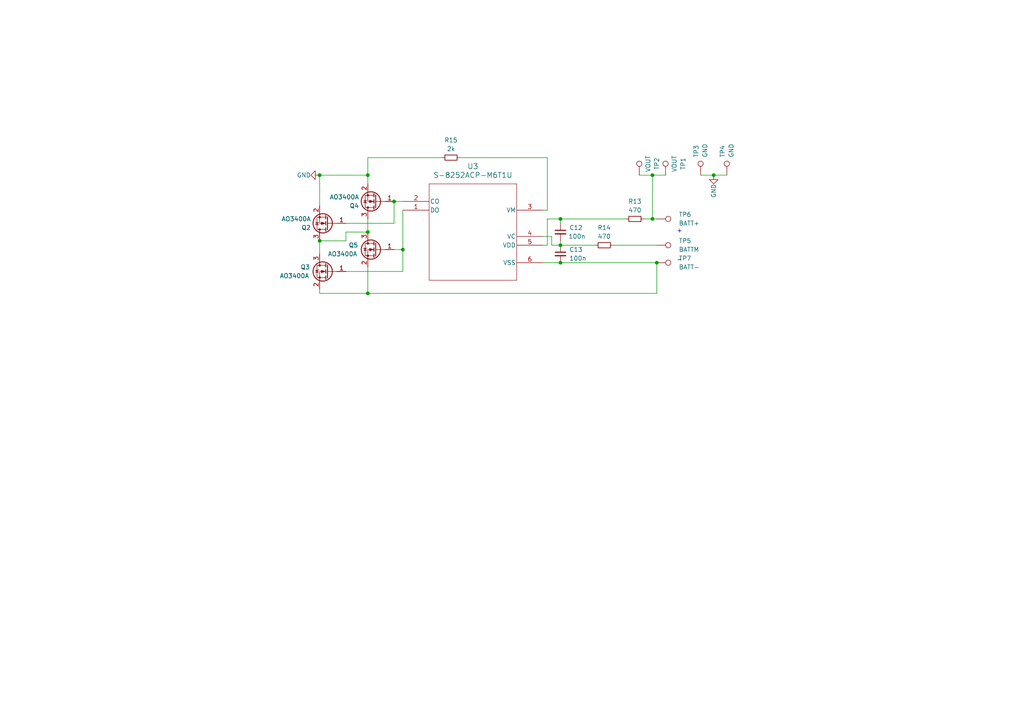
<source format=kicad_sch>
(kicad_sch (version 20250114) (generator "eeschema") (generator_version "9.0")
  (paper "A4")
  (lib_symbols
    (symbol "2025-04-02_22-14-21:S-8252AAZ-M6T1U" (pin_names (offset 0.254))
      (property "Reference" "U" (at 20.32 12.7 0))
      (property "Value" "S-8252AAZ-M6T1U" (at 20.32 10.16 0))
      (symbol "S-8252AAZ-M6T1U_0_1"
        (polyline (pts (xy 7.62 7.62) (xy 7.62 -20.32)) (stroke (width 0.127)))
        (polyline (pts (xy 7.62 -20.32) (xy 33.02 -20.32)) (stroke (width 0.127)))
        (polyline (pts (xy 33.02 7.62) (xy 7.62 7.62)) (stroke (width 0.127)))
        (polyline (pts (xy 33.02 -20.32) (xy 33.02 7.62)) (stroke (width 0.127)))
        (pin unspecified line (at 0 0 0) (length 7.62) (name "VM") (number "3"))
        (pin power_in line (at 0 -7.62 0) (length 7.62) (name "VC") (number "4"))
        (pin power_in line (at 0 -10.16 0) (length 7.62) (name "VDD") (number "5"))
        (pin power_out line (at 0 -15.24 0) (length 7.62) (name "VSS") (number "6"))
        (pin output line (at 40.64 2.54 180) (length 7.62) (name "CO") (number "2"))
        (pin output line (at 40.64 0 180) (length 7.62) (name "DO") (number "1"))
      )
    )
    (symbol "Connector:TestPoint" (pin_numbers (hide yes)) (pin_names (offset 0.762) (hide yes))
      (property "Reference" "TP" (at 0 6.858 0))
      (property "Value" "TestPoint" (at 0 5.08 0))
      (symbol "TestPoint_0_1"
        (circle (center 0 3.302) (radius 0.762))
      )
      (symbol "TestPoint_1_1"
        (pin passive line (at 0 0 90) (length 2.54) (name "1") (number "1"))
      )
    )
    (symbol "Device:C_Small" (pin_numbers (hide yes)) (pin_names (offset 0.254) (hide yes))
      (property "Reference" "C" (at 0.254 1.778 0))
      (property "Value" "C_Small" (at 0.254 -2.032 0))
      (symbol "C_Small_0_1"
        (polyline (pts (xy -1.524 0.508) (xy 1.524 0.508)) (stroke (width 0.3048)))
        (polyline (pts (xy -1.524 -0.508) (xy 1.524 -0.508)) (stroke (width 0.3302)))
      )
      (symbol "C_Small_1_1"
        (pin passive line (at 0 2.54 270) (length 2.032) (name "~") (number "1"))
        (pin passive line (at 0 -2.54 90) (length 2.032) (name "~") (number "2"))
      )
    )
    (symbol "Device:R_Small" (pin_numbers (hide yes)) (pin_names (offset 0.254) (hide yes))
      (property "Reference" "R" (at 0.762 0.508 0))
      (property "Value" "R_Small" (at 0.762 -1.016 0))
      (symbol "R_Small_0_1"
        (rectangle (start -0.762 1.778) (end 0.762 -1.778) (stroke (width 0.2032)))
      )
      (symbol "R_Small_1_1"
        (pin passive line (at 0 2.54 270) (length 0.762) (name "~") (number "1"))
        (pin passive line (at 0 -2.54 90) (length 0.762) (name "~") (number "2"))
      )
    )
    (symbol "Transistor_FET:AO3400A" (pin_names (hide yes))
      (property "Reference" "Q" (at 5.08 1.905 0))
      (property "Value" "AO3400A" (at 5.08 0 0))
      (symbol "AO3400A_0_1"
        (polyline (pts (xy 0.254 1.905) (xy 0.254 -1.905)) (stroke (width 0.254)))
        (polyline (pts (xy 0.254 0) (xy -2.54 0)))
        (polyline (pts (xy 0.762 2.286) (xy 0.762 1.27)) (stroke (width 0.254)))
        (polyline (pts (xy 0.762 0.508) (xy 0.762 -0.508)) (stroke (width 0.254)))
        (polyline (pts (xy 0.762 -1.27) (xy 0.762 -2.286)) (stroke (width 0.254)))
        (polyline (pts (xy 0.762 -1.778) (xy 3.302 -1.778) (xy 3.302 1.778) (xy 0.762 1.778)))
        (polyline (pts (xy 1.016 0) (xy 2.032 0.381) (xy 2.032 -0.381) (xy 1.016 0)) (fill (type outline)))
        (circle (center 1.651 0) (radius 2.794) (stroke (width 0.254)))
        (polyline (pts (xy 2.54 2.54) (xy 2.54 1.778)))
        (circle (center 2.54 1.778) (radius 0.254) (fill (type outline)))
        (circle (center 2.54 -1.778) (radius 0.254) (fill (type outline)))
        (polyline (pts (xy 2.54 -2.54) (xy 2.54 0) (xy 0.762 0)))
        (polyline (pts (xy 2.794 0.508) (xy 2.921 0.381) (xy 3.683 0.381) (xy 3.81 0.254)))
        (polyline (pts (xy 3.302 0.381) (xy 2.921 -0.254) (xy 3.683 -0.254) (xy 3.302 0.381)))
      )
      (symbol "AO3400A_1_1"
        (pin input line (at -5.08 0 0) (length 2.54) (name "G") (number "1"))
        (pin passive line (at 2.54 5.08 270) (length 2.54) (name "D") (number "3"))
        (pin passive line (at 2.54 -5.08 90) (length 2.54) (name "S") (number "2"))
      )
    )
    (symbol "power:GND" (power) (pin_numbers (hide yes)) (pin_names (offset 0) (hide yes))
      (property "Value" "GND" (at 0 -3.81 0))
      (symbol "GND_0_1"
        (polyline (pts (xy 0 0) (xy 0 -1.27) (xy 1.27 -1.27) (xy 0 -2.54) (xy -1.27 -1.27) (xy 0 -1.27)))
      )
      (symbol "GND_1_1"
        (pin power_in line (at 0 0 270) (length 0) (name "~") (number "1"))
      )
    )
  )
  (text "+\n" (at 197.104 67.056 0) (effects (font (size 1.27 1.27))))
  (text "-\n" (at 197.104 75.438 0) (effects (font (size 1.27 1.27))))
  (junction (at 189.23 50.8))
  (junction (at 189.23 63.5))
  (junction (at 106.68 50.8))
  (junction (at 162.56 76.2))
  (junction (at 116.84 72.39))
  (junction (at 92.71 69.85))
  (junction (at 190.5 76.2))
  (junction (at 106.68 85.09))
  (junction (at 114.3 58.42))
  (junction (at 207.01 50.8))
  (junction (at 162.56 63.5))
  (junction (at 162.56 71.12))
  (junction (at 92.71 50.8))
  (junction (at 106.68 67.31))
  (wire (pts (xy 157.48 68.58) (xy 160.02 68.58)))
  (wire (pts (xy 186.69 63.5) (xy 189.23 63.5)))
  (wire (pts (xy 160.02 68.58) (xy 160.02 71.12)))
  (wire (pts (xy 106.68 63.5) (xy 106.68 67.31)))
  (wire (pts (xy 100.33 64.77) (xy 114.3 64.77)))
  (wire (pts (xy 190.5 76.2) (xy 190.5 85.09)))
  (wire (pts (xy 106.68 77.47) (xy 106.68 85.09)))
  (wire (pts (xy 106.68 53.34) (xy 106.68 50.8)))
  (wire (pts (xy 189.23 63.5) (xy 190.5 63.5)))
  (wire (pts (xy 189.23 50.8) (xy 185.42 50.8)))
  (wire (pts (xy 92.71 85.09) (xy 106.68 85.09)))
  (wire (pts (xy 158.75 60.96) (xy 157.48 60.96)))
  (wire (pts (xy 158.75 63.5) (xy 158.75 71.12)))
  (wire (pts (xy 162.56 71.12) (xy 172.72 71.12)))
  (wire (pts (xy 114.3 58.42) (xy 116.84 58.42)))
  (wire (pts (xy 92.71 50.8) (xy 106.68 50.8)))
  (wire (pts (xy 114.3 72.39) (xy 116.84 72.39)))
  (wire (pts (xy 162.56 63.5) (xy 162.56 64.77)))
  (wire (pts (xy 162.56 69.85) (xy 162.56 71.12)))
  (wire (pts (xy 162.56 63.5) (xy 181.61 63.5)))
  (wire (pts (xy 193.04 50.8) (xy 189.23 50.8)))
  (wire (pts (xy 157.48 76.2) (xy 162.56 76.2)))
  (wire (pts (xy 116.84 60.96) (xy 116.84 72.39)))
  (wire (pts (xy 100.33 67.31) (xy 106.68 67.31)))
  (wire (pts (xy 100.33 69.85) (xy 100.33 67.31)))
  (wire (pts (xy 92.71 83.82) (xy 92.71 85.09)))
  (wire (pts (xy 114.3 64.77) (xy 114.3 58.42)))
  (wire (pts (xy 203.2 50.8) (xy 207.01 50.8)))
  (wire (pts (xy 92.71 69.85) (xy 100.33 69.85)))
  (wire (pts (xy 158.75 45.72) (xy 158.75 60.96)))
  (wire (pts (xy 106.68 50.8) (xy 106.68 45.72)))
  (wire (pts (xy 106.68 85.09) (xy 190.5 85.09)))
  (wire (pts (xy 160.02 71.12) (xy 162.56 71.12)))
  (wire (pts (xy 162.56 76.2) (xy 190.5 76.2)))
  (wire (pts (xy 92.71 73.66) (xy 92.71 69.85)))
  (wire (pts (xy 158.75 63.5) (xy 162.56 63.5)))
  (wire (pts (xy 133.35 45.72) (xy 158.75 45.72)))
  (wire (pts (xy 92.71 50.8) (xy 92.71 59.69)))
  (wire (pts (xy 157.48 71.12) (xy 158.75 71.12)))
  (wire (pts (xy 106.68 45.72) (xy 128.27 45.72)))
  (wire (pts (xy 116.84 72.39) (xy 116.84 78.74)))
  (wire (pts (xy 189.23 50.8) (xy 189.23 63.5)))
  (wire (pts (xy 100.33 78.74) (xy 116.84 78.74)))
  (wire (pts (xy 207.01 50.8) (xy 210.82 50.8)))
  (wire (pts (xy 177.8 71.12) (xy 190.5 71.12)))
  (symbol (lib_id "Device:R_Small") (at 130.81 45.72 90) (mirror x) (unit 1)
    (property "Reference" "R15" (at 130.81 40.64 90))
    (property "Value" "2k" (at 130.81 43.18 90))
    (property "Footprint" "Resistor_SMD:R_0603_1608Metric_Pad0.98x0.95mm_HandSolder" (effects (hide yes)))
    (property "Description" "Resistor, small symbol" (effects (hide yes)))
  )
  (symbol (lib_id "Connector:TestPoint") (at 185.42 50.8 0) (unit 1)
    (property "Reference" "TP2" (at 190.5 47.498 90))
    (property "Value" "VOUT" (at 187.96 47.498 90))
    (property "Footprint" "TestPoint:TestPoint_Pad_D4.0mm" (effects (hide yes)))
    (property "Description" "test point" (effects (hide yes)))
  )
  (symbol (lib_id "Connector:TestPoint") (at 190.5 71.12 270) (unit 1)
    (property "Reference" "TP5" (at 196.85 69.8499 90) (effects (justify left)))
    (property "Value" "BATTM" (at 196.85 72.3899 90) (effects (justify left)))
    (property "Footprint" "TestPoint:TestPoint_Pad_2.0x2.0mm" (effects (hide yes)))
    (property "Description" "test point" (effects (hide yes)))
  )
  (symbol (lib_id "Device:R_Small") (at 184.15 63.5 90) (mirror x) (unit 1)
    (property "Reference" "R13" (at 184.15 58.42 90))
    (property "Value" "470" (at 184.15 60.96 90))
    (property "Footprint" "Resistor_SMD:R_0603_1608Metric_Pad0.98x0.95mm_HandSolder" (effects (hide yes)))
    (property "Description" "Resistor, small symbol" (effects (hide yes)))
  )
  (symbol (lib_id "Transistor_FET:AO3400A") (at 95.25 78.74 0) (mirror y) (unit 1)
    (property "Reference" "Q3" (at 89.916 77.47 0) (effects (justify left)))
    (property "Value" "AO3400A" (at 89.662 80.01 0) (effects (justify left)))
    (property "Footprint" "Package_TO_SOT_SMD:SOT-23" (effects (hide yes)))
    (property "Datasheet" "http://www.aosmd.com/pdfs/datasheet/AO3400A.pdf" (effects (hide yes)))
    (property "Description" "30V Vds, 5.7A Id, N-Channel MOSFET, SOT-23" (effects (hide yes)))
  )
  (symbol (lib_id "Device:C_Small") (at 162.56 73.66 0) (unit 1)
    (property "Reference" "C13" (at 165.1 72.3962 0) (effects (justify left)))
    (property "Value" "100n" (at 165.1 74.9362 0) (effects (justify left)))
    (property "Footprint" "Capacitor_SMD:C_0402_1005Metric_Pad0.74x0.62mm_HandSolder" (effects (hide yes)))
    (property "Description" "Unpolarized capacitor, small symbol" (effects (hide yes)))
  )
  (symbol (lib_id "Connector:TestPoint") (at 203.2 50.8 0) (unit 1)
    (property "Reference" "TP3" (at 201.9299 45.72 90) (effects (justify left)))
    (property "Value" "GND" (at 204.4699 45.72 90) (effects (justify left)))
    (property "Footprint" "TestPoint:TestPoint_Pad_4.0x4.0mm" (effects (hide yes)))
    (property "Description" "test point" (effects (hide yes)))
  )
  (symbol (lib_id "Device:C_Small") (at 162.56 67.31 0) (unit 1)
    (property "Reference" "C12" (at 165.1 66.0462 0) (effects (justify left)))
    (property "Value" "100n" (at 164.846 68.58 0) (effects (justify left)))
    (property "Footprint" "Capacitor_SMD:C_0402_1005Metric_Pad0.74x0.62mm_HandSolder" (effects (hide yes)))
    (property "Description" "Unpolarized capacitor, small symbol" (effects (hide yes)))
  )
  (symbol (lib_id "power:GND") (at 207.01 50.8 0) (unit 1)
    (property "Reference" "#PWR02" (effects (hide yes)))
    (property "Value" "GND" (at 207.0099 53.34 90) (effects (justify right)))
    (property "Description" "Power symbol creates a global label with name \"GND\" , ground" (effects (hide yes)))
  )
  (symbol (lib_id "Connector:TestPoint") (at 193.04 50.8 0) (unit 1)
    (property "Reference" "TP1" (at 198.12 47.498 90))
    (property "Value" "VOUT" (at 195.58 47.498 90))
    (property "Footprint" "TestPoint:TestPoint_Pad_D4.0mm" (effects (hide yes)))
    (property "Description" "test point" (effects (hide yes)))
  )
  (symbol (lib_id "Transistor_FET:AO3400A") (at 95.25 64.77 180) (unit 1)
    (property "Reference" "Q2" (at 90.17 66.04 0) (effects (justify left)))
    (property "Value" "AO3400A" (at 90.17 63.5 0) (effects (justify left)))
    (property "Footprint" "Package_TO_SOT_SMD:SOT-23" (effects (hide yes)))
    (property "Datasheet" "http://www.aosmd.com/pdfs/datasheet/AO3400A.pdf" (effects (hide yes)))
    (property "Description" "30V Vds, 5.7A Id, N-Channel MOSFET, SOT-23" (effects (hide yes)))
  )
  (symbol (lib_id "Device:R_Small") (at 175.26 71.12 90) (mirror x) (unit 1)
    (property "Reference" "R14" (at 175.26 66.04 90))
    (property "Value" "470" (at 175.26 68.58 90))
    (property "Footprint" "Resistor_SMD:R_0603_1608Metric_Pad0.98x0.95mm_HandSolder" (effects (hide yes)))
    (property "Description" "Resistor, small symbol" (effects (hide yes)))
  )
  (symbol (lib_id "Connector:TestPoint") (at 190.5 63.5 270) (unit 1)
    (property "Reference" "TP6" (at 196.85 62.2299 90) (effects (justify left)))
    (property "Value" "BATT+" (at 196.85 64.7699 90) (effects (justify left)))
    (property "Footprint" "TestPoint:TestPoint_Pad_4.0x4.0mm" (effects (hide yes)))
    (property "Description" "test point" (effects (hide yes)))
  )
  (symbol (lib_id "Connector:TestPoint") (at 210.82 50.8 0) (unit 1)
    (property "Reference" "TP4" (at 209.5499 45.72 90) (effects (justify left)))
    (property "Value" "GND" (at 212.0899 45.72 90) (effects (justify left)))
    (property "Footprint" "TestPoint:TestPoint_Pad_4.0x4.0mm" (effects (hide yes)))
    (property "Description" "test point" (effects (hide yes)))
  )
  (symbol (lib_id "power:GND") (at 92.71 50.8 270) (unit 1)
    (property "Reference" "#PWR01" (effects (hide yes)))
    (property "Value" "GND" (at 90.17 50.7999 90) (effects (justify right)))
    (property "Description" "Power symbol creates a global label with name \"GND\" , ground" (effects (hide yes)))
  )
  (symbol (lib_id "Transistor_FET:AO3400A") (at 109.22 58.42 180) (unit 1)
    (property "Reference" "Q4" (at 104.14 59.69 0) (effects (justify left)))
    (property "Value" "AO3400A" (at 104.14 57.15 0) (effects (justify left)))
    (property "Footprint" "Package_TO_SOT_SMD:SOT-23" (effects (hide yes)))
    (property "Datasheet" "http://www.aosmd.com/pdfs/datasheet/AO3400A.pdf" (effects (hide yes)))
    (property "Description" "30V Vds, 5.7A Id, N-Channel MOSFET, SOT-23" (effects (hide yes)))
  )
  (symbol (lib_id "Transistor_FET:AO3400A") (at 109.22 72.39 0) (mirror y) (unit 1)
    (property "Reference" "Q5" (at 103.886 71.12 0) (effects (justify left)))
    (property "Value" "AO3400A" (at 103.632 73.66 0) (effects (justify left)))
    (property "Footprint" "Package_TO_SOT_SMD:SOT-23" (effects (hide yes)))
    (property "Datasheet" "http://www.aosmd.com/pdfs/datasheet/AO3400A.pdf" (effects (hide yes)))
    (property "Description" "30V Vds, 5.7A Id, N-Channel MOSFET, SOT-23" (effects (hide yes)))
  )
  (symbol (lib_id "Connector:TestPoint") (at 190.5 76.2 270) (unit 1)
    (property "Reference" "TP7" (at 196.85 74.9299 90) (effects (justify left)))
    (property "Value" "BATT-" (at 196.85 77.4699 90) (effects (justify left)))
    (property "Footprint" "TestPoint:TestPoint_Pad_4.0x4.0mm" (effects (hide yes)))
    (property "Description" "test point" (effects (hide yes)))
  )
  (symbol (lib_id "2025-04-02_22-14-21:S-8252AAZ-M6T1U") (at 157.48 60.96 0) (mirror y) (unit 1)
    (property "Reference" "U3" (at 137.16 48.26 0) (effects (font (size 1.524 1.524))))
    (property "Value" "S-8252ACP-M6T1U" (at 137.16 50.8 0) (effects (font (size 1.524 1.524))))
    (property "Footprint" "Package_TO_SOT_SMD:SOT-23-6" (effects (hide yes)))
    (property "Datasheet" "S-8252AAZ-M6T1U" (effects (hide yes)))
  )
)
</source>
